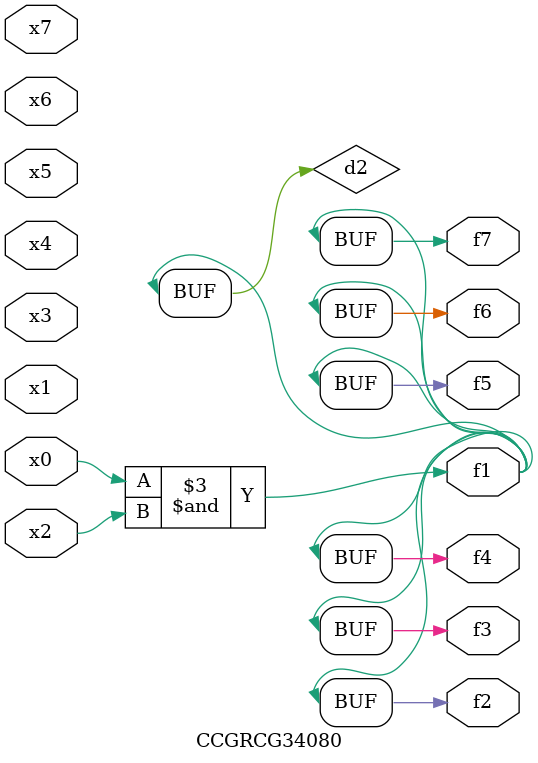
<source format=v>
module CCGRCG34080(
	input x0, x1, x2, x3, x4, x5, x6, x7,
	output f1, f2, f3, f4, f5, f6, f7
);

	wire d1, d2;

	nor (d1, x3, x6);
	and (d2, x0, x2);
	assign f1 = d2;
	assign f2 = d2;
	assign f3 = d2;
	assign f4 = d2;
	assign f5 = d2;
	assign f6 = d2;
	assign f7 = d2;
endmodule

</source>
